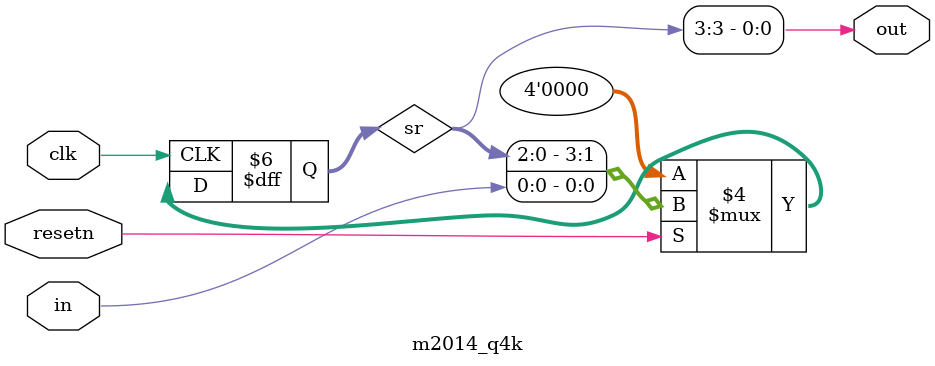
<source format=v>
module m2014_q4k(
	input clk,
	input resetn,
	input in,
	output out
);
	// 4-bit left shift register with active low sync reset
	// push in at LSB, output MSB
	reg [3:0] sr;
	always @(posedge clk) begin
		if(~resetn)
			sr <= 4'b0;
		else
			sr <= {sr[2:0], in};
	end
	
	assign out = sr[3];
	
endmodule

</source>
